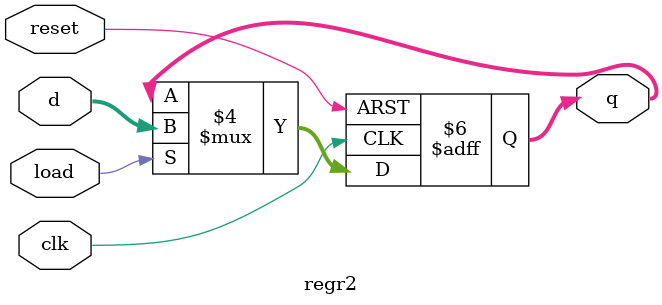
<source format=v>
module regr2
#(parameter N = 4,
parameter BIT0 = 1,
parameter BIT1 = 1)
(input wire load ,
input wire clk ,
input wire reset ,
input wire [N-1:0] d ,
output reg [N-1:0] q
);
always @(posedge clk or posedge reset)
if(reset == 1)
 begin
 q[N-1:2] <= 0;
 q[0] <= BIT0;
 q[1] <= BIT1;
 end
else if(load == 1)
 q <= d;
endmodule 
</source>
